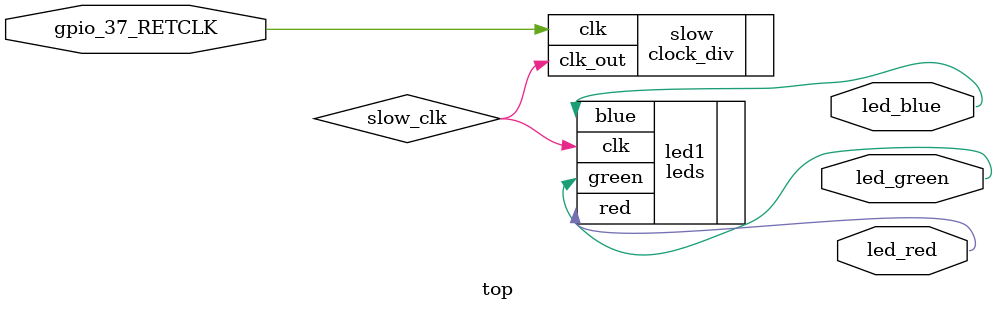
<source format=v>
module top (
    input wire gpio_37_RETCLK,
    output wire led_green,
    output wire led_red,
    output wire led_blue
);
wire slow_clk;
clock_div #(.log_div(24)) slow (
    .clk(gpio_37_RETCLK),
    .clk_out(slow_clk)
    );

leds led1 (
    .clk(slow_clk),
    .red(led_red),
    .green(led_green),
    .blue(led_blue)
    );

endmodule
</source>
